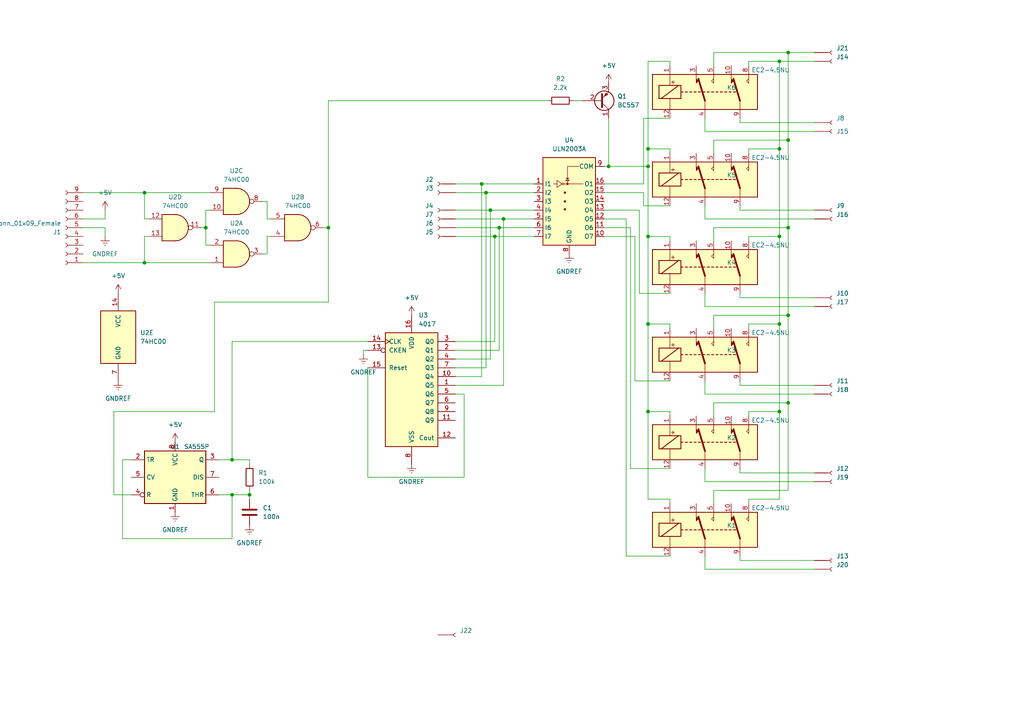
<source format=kicad_sch>
(kicad_sch (version 20211123) (generator eeschema)
  (paper "A4")
  (lib_symbols
    (symbol "4xxx:4017" (pin_names (offset 1.016))
      (property "Reference" "U" (at -7.62 16.51 0))
      (property "Value" "4017" (at -7.62 -19.05 0))
      (symbol "4017_1_0"
        (pin output line (at 12.7 0 180) (length 5.08) (name "Q5") (number "1"))
        (pin output line (at 12.7 2.54 180) (length 5.08) (name "Q4") (number "10"))
        (pin output line (at 12.7 -10.16 180) (length 5.08) (name "Q9") (number "11"))
        (pin output line (at 12.7 -15.24 180) (length 5.08) (name "Cout") (number "12"))
        (pin input inverted (at -12.7 10.16 0) (length 5.08) (name "CKEN") (number "13"))
        (pin input clock (at -12.7 12.7 0) (length 5.08) (name "CLK") (number "14"))
        (pin input line (at -12.7 5.08 0) (length 5.08) (name "Reset") (number "15"))
        (pin power_in line (at 0 20.32 270) (length 5.08) (name "VDD") (number "16"))
        (pin output line (at 12.7 10.16 180) (length 5.08) (name "Q1") (number "2"))
        (pin output line (at 12.7 12.7 180) (length 5.08) (name "Q0") (number "3"))
        (pin output line (at 12.7 7.62 180) (length 5.08) (name "Q2") (number "4"))
        (pin output line (at 12.7 -2.54 180) (length 5.08) (name "Q6") (number "5"))
        (pin output line (at 12.7 -5.08 180) (length 5.08) (name "Q7") (number "6"))
        (pin output line (at 12.7 5.08 180) (length 5.08) (name "Q3") (number "7"))
        (pin power_in line (at 0 -22.86 90) (length 5.08) (name "VSS") (number "8"))
        (pin output line (at 12.7 -7.62 180) (length 5.08) (name "Q8") (number "9"))
      )
      (symbol "4017_1_1"
        (rectangle (start -7.62 15.24) (end 7.62 -17.78) (stroke (width 0.254)) (fill (type background)))
      )
    )
    (symbol "74xx:74HC00" (pin_names (offset 1.016))
      (property "Reference" "U" (at 0 1.27 0))
      (property "Value" "74HC00" (at 0 -1.27 0))
      (symbol "74HC00_1_1"
        (arc (start 0 -3.81) (mid 3.81 0) (end 0 3.81) (stroke (width 0.254)) (fill (type background)))
        (polyline (pts (xy 0 3.81) (xy -3.81 3.81) (xy -3.81 -3.81) (xy 0 -3.81)) (stroke (width 0.254)) (fill (type background)))
        (pin input line (at -7.62 2.54 0) (length 3.81) (name "~") (number "1"))
        (pin input line (at -7.62 -2.54 0) (length 3.81) (name "~") (number "2"))
        (pin output inverted (at 7.62 0 180) (length 3.81) (name "~") (number "3"))
      )
      (symbol "74HC00_1_2"
        (arc (start -3.81 -3.81) (mid -2.589 0) (end -3.81 3.81) (stroke (width 0.254)))
        (arc (start -0.6096 -3.81) (mid 2.1842 -2.5851) (end 3.81 0) (stroke (width 0.254)) (fill (type background)))
        (polyline (pts (xy -3.81 -3.81) (xy -0.635 -3.81)) (stroke (width 0.254)) (fill (type background)))
        (polyline (pts (xy -3.81 3.81) (xy -0.635 3.81)) (stroke (width 0.254)) (fill (type background)))
        (polyline (pts (xy -0.635 3.81) (xy -3.81 3.81) (xy -3.81 3.81) (xy -3.556 3.4036) (xy -3.0226 2.2606) (xy -2.6924 1.0414) (xy -2.6162 -0.254) (xy -2.7686 -1.4986) (xy -3.175 -2.7178) (xy -3.81 -3.81) (xy -3.81 -3.81) (xy -0.635 -3.81)) (stroke (width -25.4)) (fill (type background)))
        (arc (start 3.81 0) (mid 2.1915 2.5936) (end -0.6096 3.81) (stroke (width 0.254)) (fill (type background)))
        (pin input inverted (at -7.62 2.54 0) (length 4.318) (name "~") (number "1"))
        (pin input inverted (at -7.62 -2.54 0) (length 4.318) (name "~") (number "2"))
        (pin output line (at 7.62 0 180) (length 3.81) (name "~") (number "3"))
      )
      (symbol "74HC00_2_1"
        (arc (start 0 -3.81) (mid 3.81 0) (end 0 3.81) (stroke (width 0.254)) (fill (type background)))
        (polyline (pts (xy 0 3.81) (xy -3.81 3.81) (xy -3.81 -3.81) (xy 0 -3.81)) (stroke (width 0.254)) (fill (type background)))
        (pin input line (at -7.62 2.54 0) (length 3.81) (name "~") (number "4"))
        (pin input line (at -7.62 -2.54 0) (length 3.81) (name "~") (number "5"))
        (pin output inverted (at 7.62 0 180) (length 3.81) (name "~") (number "6"))
      )
      (symbol "74HC00_2_2"
        (arc (start -3.81 -3.81) (mid -2.589 0) (end -3.81 3.81) (stroke (width 0.254)))
        (arc (start -0.6096 -3.81) (mid 2.1842 -2.5851) (end 3.81 0) (stroke (width 0.254)) (fill (type background)))
        (polyline (pts (xy -3.81 -3.81) (xy -0.635 -3.81)) (stroke (width 0.254)) (fill (type background)))
        (polyline (pts (xy -3.81 3.81) (xy -0.635 3.81)) (stroke (width 0.254)) (fill (type background)))
        (polyline (pts (xy -0.635 3.81) (xy -3.81 3.81) (xy -3.81 3.81) (xy -3.556 3.4036) (xy -3.0226 2.2606) (xy -2.6924 1.0414) (xy -2.6162 -0.254) (xy -2.7686 -1.4986) (xy -3.175 -2.7178) (xy -3.81 -3.81) (xy -3.81 -3.81) (xy -0.635 -3.81)) (stroke (width -25.4)) (fill (type background)))
        (arc (start 3.81 0) (mid 2.1915 2.5936) (end -0.6096 3.81) (stroke (width 0.254)) (fill (type background)))
        (pin input inverted (at -7.62 2.54 0) (length 4.318) (name "~") (number "4"))
        (pin input inverted (at -7.62 -2.54 0) (length 4.318) (name "~") (number "5"))
        (pin output line (at 7.62 0 180) (length 3.81) (name "~") (number "6"))
      )
      (symbol "74HC00_3_1"
        (arc (start 0 -3.81) (mid 3.81 0) (end 0 3.81) (stroke (width 0.254)) (fill (type background)))
        (polyline (pts (xy 0 3.81) (xy -3.81 3.81) (xy -3.81 -3.81) (xy 0 -3.81)) (stroke (width 0.254)) (fill (type background)))
        (pin input line (at -7.62 -2.54 0) (length 3.81) (name "~") (number "10"))
        (pin output inverted (at 7.62 0 180) (length 3.81) (name "~") (number "8"))
        (pin input line (at -7.62 2.54 0) (length 3.81) (name "~") (number "9"))
      )
      (symbol "74HC00_3_2"
        (arc (start -3.81 -3.81) (mid -2.589 0) (end -3.81 3.81) (stroke (width 0.254)))
        (arc (start -0.6096 -3.81) (mid 2.1842 -2.5851) (end 3.81 0) (stroke (width 0.254)) (fill (type background)))
        (polyline (pts (xy -3.81 -3.81) (xy -0.635 -3.81)) (stroke (width 0.254)) (fill (type background)))
        (polyline (pts (xy -3.81 3.81) (xy -0.635 3.81)) (stroke (width 0.254)) (fill (type background)))
        (polyline (pts (xy -0.635 3.81) (xy -3.81 3.81) (xy -3.81 3.81) (xy -3.556 3.4036) (xy -3.0226 2.2606) (xy -2.6924 1.0414) (xy -2.6162 -0.254) (xy -2.7686 -1.4986) (xy -3.175 -2.7178) (xy -3.81 -3.81) (xy -3.81 -3.81) (xy -0.635 -3.81)) (stroke (width -25.4)) (fill (type background)))
        (arc (start 3.81 0) (mid 2.1915 2.5936) (end -0.6096 3.81) (stroke (width 0.254)) (fill (type background)))
        (pin input inverted (at -7.62 -2.54 0) (length 4.318) (name "~") (number "10"))
        (pin output line (at 7.62 0 180) (length 3.81) (name "~") (number "8"))
        (pin input inverted (at -7.62 2.54 0) (length 4.318) (name "~") (number "9"))
      )
      (symbol "74HC00_4_1"
        (arc (start 0 -3.81) (mid 3.81 0) (end 0 3.81) (stroke (width 0.254)) (fill (type background)))
        (polyline (pts (xy 0 3.81) (xy -3.81 3.81) (xy -3.81 -3.81) (xy 0 -3.81)) (stroke (width 0.254)) (fill (type background)))
        (pin output inverted (at 7.62 0 180) (length 3.81) (name "~") (number "11"))
        (pin input line (at -7.62 2.54 0) (length 3.81) (name "~") (number "12"))
        (pin input line (at -7.62 -2.54 0) (length 3.81) (name "~") (number "13"))
      )
      (symbol "74HC00_4_2"
        (arc (start -3.81 -3.81) (mid -2.589 0) (end -3.81 3.81) (stroke (width 0.254)))
        (arc (start -0.6096 -3.81) (mid 2.1842 -2.5851) (end 3.81 0) (stroke (width 0.254)) (fill (type background)))
        (polyline (pts (xy -3.81 -3.81) (xy -0.635 -3.81)) (stroke (width 0.254)) (fill (type background)))
        (polyline (pts (xy -3.81 3.81) (xy -0.635 3.81)) (stroke (width 0.254)) (fill (type background)))
        (polyline (pts (xy -0.635 3.81) (xy -3.81 3.81) (xy -3.81 3.81) (xy -3.556 3.4036) (xy -3.0226 2.2606) (xy -2.6924 1.0414) (xy -2.6162 -0.254) (xy -2.7686 -1.4986) (xy -3.175 -2.7178) (xy -3.81 -3.81) (xy -3.81 -3.81) (xy -0.635 -3.81)) (stroke (width -25.4)) (fill (type background)))
        (arc (start 3.81 0) (mid 2.1915 2.5936) (end -0.6096 3.81) (stroke (width 0.254)) (fill (type background)))
        (pin output line (at 7.62 0 180) (length 3.81) (name "~") (number "11"))
        (pin input inverted (at -7.62 2.54 0) (length 4.318) (name "~") (number "12"))
        (pin input inverted (at -7.62 -2.54 0) (length 4.318) (name "~") (number "13"))
      )
      (symbol "74HC00_5_0"
        (pin power_in line (at 0 12.7 270) (length 5.08) (name "VCC") (number "14"))
        (pin power_in line (at 0 -12.7 90) (length 5.08) (name "GND") (number "7"))
      )
      (symbol "74HC00_5_1"
        (rectangle (start -5.08 7.62) (end 5.08 -7.62) (stroke (width 0.254)) (fill (type background)))
      )
    )
    (symbol "Conn_01x01_Female_1" (pin_numbers hide) (pin_names (offset 1.016) hide)
      (property "Reference" "J" (at 0 2.54 0))
      (property "Value" "Conn_01x01_Female_1" (at 0 -2.54 0))
      (symbol "Conn_01x01_Female_1_1_1"
        (polyline (pts (xy -1.27 0) (xy -0.508 0)) (stroke (width 0.1524)))
        (arc (start 0 0.508) (mid -0.508 0) (end 0 -0.508) (stroke (width 0.1524)))
        (pin passive line (at -5.08 0 0) (length 3.81) (name "Pin_1") (number "1"))
      )
    )
    (symbol "Conn_01x01_Female_2" (pin_numbers hide) (pin_names (offset 1.016) hide)
      (property "Reference" "J" (at 0 2.54 0))
      (property "Value" "Conn_01x01_Female_2" (at 0 -2.54 0))
      (symbol "Conn_01x01_Female_2_1_1"
        (polyline (pts (xy -1.27 0) (xy -0.508 0)) (stroke (width 0.1524)))
        (arc (start 0 0.508) (mid -0.508 0) (end 0 -0.508) (stroke (width 0.1524)))
        (pin passive line (at -5.08 0 0) (length 3.81) (name "Pin_1") (number "1"))
      )
    )
    (symbol "Conn_01x01_Female_3" (pin_numbers hide) (pin_names (offset 1.016) hide)
      (property "Reference" "J" (at 0 2.54 0))
      (property "Value" "Conn_01x01_Female_3" (at 0 -2.54 0))
      (symbol "Conn_01x01_Female_3_1_1"
        (polyline (pts (xy -1.27 0) (xy -0.508 0)) (stroke (width 0.1524)))
        (arc (start 0 0.508) (mid -0.508 0) (end 0 -0.508) (stroke (width 0.1524)))
        (pin passive line (at -5.08 0 0) (length 3.81) (name "Pin_1") (number "1"))
      )
    )
    (symbol "Conn_01x01_Female_4" (pin_numbers hide) (pin_names (offset 1.016) hide)
      (property "Reference" "J" (at 0 2.54 0))
      (property "Value" "Conn_01x01_Female_4" (at 0 -2.54 0))
      (symbol "Conn_01x01_Female_4_1_1"
        (polyline (pts (xy -1.27 0) (xy -0.508 0)) (stroke (width 0.1524)))
        (arc (start 0 0.508) (mid -0.508 0) (end 0 -0.508) (stroke (width 0.1524)))
        (pin passive line (at -5.08 0 0) (length 3.81) (name "Pin_1") (number "1"))
      )
    )
    (symbol "Conn_01x01_Female_5" (pin_numbers hide) (pin_names (offset 1.016) hide)
      (property "Reference" "J" (at 0 2.54 0))
      (property "Value" "Conn_01x01_Female_5" (at 0 -2.54 0))
      (symbol "Conn_01x01_Female_5_1_1"
        (polyline (pts (xy -1.27 0) (xy -0.508 0)) (stroke (width 0.1524)))
        (arc (start 0 0.508) (mid -0.508 0) (end 0 -0.508) (stroke (width 0.1524)))
        (pin passive line (at -5.08 0 0) (length 3.81) (name "Pin_1") (number "1"))
      )
    )
    (symbol "Conn_01x01_Female_6" (pin_numbers hide) (pin_names (offset 1.016) hide)
      (property "Reference" "J" (at 0 2.54 0))
      (property "Value" "Conn_01x01_Female_6" (at 0 -2.54 0))
      (symbol "Conn_01x01_Female_6_1_1"
        (polyline (pts (xy -1.27 0) (xy -0.508 0)) (stroke (width 0.1524)))
        (arc (start 0 0.508) (mid -0.508 0) (end 0 -0.508) (stroke (width 0.1524)))
        (pin passive line (at -5.08 0 0) (length 3.81) (name "Pin_1") (number "1"))
      )
    )
    (symbol "Connector:Conn_01x09_Female" (pin_names (offset 1.016) hide)
      (property "Reference" "J" (at 0 12.7 0))
      (property "Value" "Conn_01x09_Female" (at 0 -12.7 0))
      (symbol "Conn_01x09_Female_1_1"
        (arc (start 0 -9.652) (mid -0.508 -10.16) (end 0 -10.668) (stroke (width 0.1524)))
        (arc (start 0 -7.112) (mid -0.508 -7.62) (end 0 -8.128) (stroke (width 0.1524)))
        (arc (start 0 -4.572) (mid -0.508 -5.08) (end 0 -5.588) (stroke (width 0.1524)))
        (arc (start 0 -2.032) (mid -0.508 -2.54) (end 0 -3.048) (stroke (width 0.1524)))
        (polyline (pts (xy -1.27 -10.16) (xy -0.508 -10.16)) (stroke (width 0.1524)))
        (polyline (pts (xy -1.27 -7.62) (xy -0.508 -7.62)) (stroke (width 0.1524)))
        (polyline (pts (xy -1.27 -5.08) (xy -0.508 -5.08)) (stroke (width 0.1524)))
        (polyline (pts (xy -1.27 -2.54) (xy -0.508 -2.54)) (stroke (width 0.1524)))
        (polyline (pts (xy -1.27 0) (xy -0.508 0)) (stroke (width 0.1524)))
        (polyline (pts (xy -1.27 2.54) (xy -0.508 2.54)) (stroke (width 0.1524)))
        (polyline (pts (xy -1.27 5.08) (xy -0.508 5.08)) (stroke (width 0.1524)))
        (polyline (pts (xy -1.27 7.62) (xy -0.508 7.62)) (stroke (width 0.1524)))
        (polyline (pts (xy -1.27 10.16) (xy -0.508 10.16)) (stroke (width 0.1524)))
        (arc (start 0 0.508) (mid -0.508 0) (end 0 -0.508) (stroke (width 0.1524)))
        (arc (start 0 3.048) (mid -0.508 2.54) (end 0 2.032) (stroke (width 0.1524)))
        (arc (start 0 5.588) (mid -0.508 5.08) (end 0 4.572) (stroke (width 0.1524)))
        (arc (start 0 8.128) (mid -0.508 7.62) (end 0 7.112) (stroke (width 0.1524)))
        (arc (start 0 10.668) (mid -0.508 10.16) (end 0 9.652) (stroke (width 0.1524)))
        (pin passive line (at -5.08 10.16 0) (length 3.81) (name "Pin_1") (number "1"))
        (pin passive line (at -5.08 7.62 0) (length 3.81) (name "Pin_2") (number "2"))
        (pin passive line (at -5.08 5.08 0) (length 3.81) (name "Pin_3") (number "3"))
        (pin passive line (at -5.08 2.54 0) (length 3.81) (name "Pin_4") (number "4"))
        (pin passive line (at -5.08 0 0) (length 3.81) (name "Pin_5") (number "5"))
        (pin passive line (at -5.08 -2.54 0) (length 3.81) (name "Pin_6") (number "6"))
        (pin passive line (at -5.08 -5.08 0) (length 3.81) (name "Pin_7") (number "7"))
        (pin passive line (at -5.08 -7.62 0) (length 3.81) (name "Pin_8") (number "8"))
        (pin passive line (at -5.08 -10.16 0) (length 3.81) (name "Pin_9") (number "9"))
      )
    )
    (symbol "Device:C" (pin_numbers hide) (pin_names (offset 0.254))
      (property "Reference" "C" (at 0.635 2.54 0))
      (property "Value" "C" (at 0.635 -2.54 0))
      (symbol "C_0_1"
        (polyline (pts (xy -2.032 -0.762) (xy 2.032 -0.762)) (stroke (width 0.508)))
        (polyline (pts (xy -2.032 0.762) (xy 2.032 0.762)) (stroke (width 0.508)))
      )
      (symbol "C_1_1"
        (pin passive line (at 0 3.81 270) (length 2.794) (name "~") (number "1"))
        (pin passive line (at 0 -3.81 90) (length 2.794) (name "~") (number "2"))
      )
    )
    (symbol "Device:R" (pin_numbers hide) (pin_names (offset 0))
      (property "Reference" "R" (at 2.032 0 90))
      (property "Value" "R" (at 0 0 90))
      (symbol "R_0_1"
        (rectangle (start -1.016 -2.54) (end 1.016 2.54) (stroke (width 0.254)))
      )
      (symbol "R_1_1"
        (pin passive line (at 0 3.81 270) (length 1.27) (name "~") (number "1"))
        (pin passive line (at 0 -3.81 90) (length 1.27) (name "~") (number "2"))
      )
    )
    (symbol "Relay:EC2-4.5NU"
      (property "Reference" "K" (at 15.24 8.89 0))
      (property "Value" "EC2-4.5NU" (at 19.05 6.35 0))
      (symbol "EC2-4.5NU_1_1"
        (rectangle (start -15.24 5.08) (end 15.24 -5.08) (stroke (width 0.254)) (fill (type background)))
        (rectangle (start -13.335 1.905) (end -6.985 -1.905) (stroke (width 0.254)))
        (polyline (pts (xy -12.7 -1.905) (xy -7.62 1.905)) (stroke (width 0.254)))
        (polyline (pts (xy -10.16 -5.08) (xy -10.16 -1.905)))
        (polyline (pts (xy -10.16 5.08) (xy -10.16 1.905)))
        (polyline (pts (xy -6.985 0) (xy -6.35 0)) (stroke (width 0.254)))
        (polyline (pts (xy -5.715 0) (xy -5.08 0)) (stroke (width 0.254)))
        (polyline (pts (xy -4.445 0) (xy -3.81 0)) (stroke (width 0.254)))
        (polyline (pts (xy -3.175 0) (xy -2.54 0)) (stroke (width 0.254)))
        (polyline (pts (xy -1.905 0) (xy -1.27 0)) (stroke (width 0.254)))
        (polyline (pts (xy -0.635 0) (xy 0 0)) (stroke (width 0.254)))
        (polyline (pts (xy 0 -2.54) (xy -1.905 3.81)) (stroke (width 0.508)))
        (polyline (pts (xy 0 -2.54) (xy 0 -5.08)))
        (polyline (pts (xy 0.635 0) (xy 1.27 0)) (stroke (width 0.254)))
        (polyline (pts (xy 1.905 0) (xy 2.54 0)) (stroke (width 0.254)))
        (polyline (pts (xy 3.175 0) (xy 3.81 0)) (stroke (width 0.254)))
        (polyline (pts (xy 4.445 0) (xy 5.08 0)) (stroke (width 0.254)))
        (polyline (pts (xy 5.715 0) (xy 6.35 0)) (stroke (width 0.254)))
        (polyline (pts (xy 6.985 0) (xy 7.62 0)) (stroke (width 0.254)))
        (polyline (pts (xy 8.255 0) (xy 8.89 0)) (stroke (width 0.254)))
        (polyline (pts (xy 10.16 -2.54) (xy 8.255 3.81)) (stroke (width 0.508)))
        (polyline (pts (xy 10.16 -2.54) (xy 10.16 -5.08)))
        (polyline (pts (xy -2.54 5.08) (xy -2.54 2.54) (xy -1.905 3.175) (xy -2.54 3.81)) (fill (type outline)))
        (polyline (pts (xy 2.54 5.08) (xy 2.54 2.54) (xy 1.905 3.175) (xy 2.54 3.81)))
        (polyline (pts (xy 7.62 5.08) (xy 7.62 2.54) (xy 8.255 3.175) (xy 7.62 3.81)) (fill (type outline)))
        (polyline (pts (xy 12.7 5.08) (xy 12.7 2.54) (xy 12.065 3.175) (xy 12.7 3.81)))
        (text "+" (at -9.271 2.921 0) (effects (font (size 1.27 1.27))))
        (pin passive line (at -10.16 7.62 270) (length 2.54) (name "~") (number "1"))
        (pin passive line (at 7.62 7.62 270) (length 2.54) (name "~") (number "10"))
        (pin passive line (at -10.16 -7.62 90) (length 2.54) (name "~") (number "12"))
        (pin passive line (at -2.54 7.62 270) (length 2.54) (name "~") (number "3"))
        (pin passive line (at 0 -7.62 90) (length 2.54) (name "~") (number "4"))
        (pin passive line (at 2.54 7.62 270) (length 2.54) (name "~") (number "5"))
        (pin passive line (at 12.7 7.62 270) (length 2.54) (name "~") (number "8"))
        (pin passive line (at 10.16 -7.62 90) (length 2.54) (name "~") (number "9"))
      )
    )
    (symbol "Timer:SA555P"
      (property "Reference" "U" (at -10.16 8.89 0))
      (property "Value" "SA555P" (at 2.54 8.89 0))
      (symbol "SA555P_0_0"
        (pin power_in line (at 0 -10.16 90) (length 2.54) (name "GND") (number "1"))
        (pin power_in line (at 0 10.16 270) (length 2.54) (name "VCC") (number "8"))
      )
      (symbol "SA555P_0_1"
        (rectangle (start -8.89 -7.62) (end 8.89 7.62) (stroke (width 0.254)) (fill (type background)))
        (rectangle (start -8.89 -7.62) (end 8.89 7.62) (stroke (width 0.254)) (fill (type background)))
      )
      (symbol "SA555P_1_1"
        (pin input line (at -12.7 5.08 0) (length 3.81) (name "TR") (number "2"))
        (pin output line (at 12.7 5.08 180) (length 3.81) (name "Q") (number "3"))
        (pin input inverted (at -12.7 -5.08 0) (length 3.81) (name "R") (number "4"))
        (pin input line (at -12.7 0 0) (length 3.81) (name "CV") (number "5"))
        (pin input line (at 12.7 -5.08 180) (length 3.81) (name "THR") (number "6"))
        (pin input line (at 12.7 0 180) (length 3.81) (name "DIS") (number "7"))
      )
    )
    (symbol "Transistor_Array:ULN2004A"
      (property "Reference" "U" (at 0 15.875 0))
      (property "Value" "ULN2004A" (at 0 13.97 0))
      (symbol "ULN2004A_0_1"
        (rectangle (start -7.62 -12.7) (end 7.62 12.7) (stroke (width 0.254)) (fill (type background)))
        (circle (center -1.778 5.08) (radius 0.254))
        (circle (center -1.27 -2.286) (radius 0.254) (fill (type outline)))
        (circle (center -1.27 0) (radius 0.254) (fill (type outline)))
        (circle (center -1.27 2.54) (radius 0.254) (fill (type outline)))
        (circle (center -0.508 5.08) (radius 0.254) (fill (type outline)))
        (polyline (pts (xy -4.572 5.08) (xy -3.556 5.08)))
        (polyline (pts (xy -1.524 5.08) (xy 4.064 5.08)))
        (polyline (pts (xy 0 6.731) (xy -1.016 6.731)))
        (polyline (pts (xy -0.508 5.08) (xy -0.508 10.16) (xy 2.921 10.16)))
        (polyline (pts (xy -3.556 6.096) (xy -3.556 4.064) (xy -2.032 5.08) (xy -3.556 6.096)))
        (polyline (pts (xy 0 5.969) (xy -1.016 5.969) (xy -0.508 6.731) (xy 0 5.969)))
      )
      (symbol "ULN2004A_1_1"
        (pin input line (at -10.16 5.08 0) (length 2.54) (name "I1") (number "1"))
        (pin open_collector line (at 10.16 -10.16 180) (length 2.54) (name "O7") (number "10"))
        (pin open_collector line (at 10.16 -7.62 180) (length 2.54) (name "O6") (number "11"))
        (pin open_collector line (at 10.16 -5.08 180) (length 2.54) (name "O5") (number "12"))
        (pin open_collector line (at 10.16 -2.54 180) (length 2.54) (name "O4") (number "13"))
        (pin open_collector line (at 10.16 0 180) (length 2.54) (name "O3") (number "14"))
        (pin open_collector line (at 10.16 2.54 180) (length 2.54) (name "O2") (number "15"))
        (pin open_collector line (at 10.16 5.08 180) (length 2.54) (name "O1") (number "16"))
        (pin input line (at -10.16 2.54 0) (length 2.54) (name "I2") (number "2"))
        (pin input line (at -10.16 0 0) (length 2.54) (name "I3") (number "3"))
        (pin input line (at -10.16 -2.54 0) (length 2.54) (name "I4") (number "4"))
        (pin input line (at -10.16 -5.08 0) (length 2.54) (name "I5") (number "5"))
        (pin input line (at -10.16 -7.62 0) (length 2.54) (name "I6") (number "6"))
        (pin input line (at -10.16 -10.16 0) (length 2.54) (name "I7") (number "7"))
        (pin power_in line (at 0 -15.24 90) (length 2.54) (name "GND") (number "8"))
        (pin passive line (at 10.16 10.16 180) (length 2.54) (name "COM") (number "9"))
      )
    )
    (symbol "Transistor_BJT:BC557" (pin_names (offset 0) hide)
      (property "Reference" "Q" (at 5.08 1.905 0))
      (property "Value" "BC557" (at 5.08 0 0))
      (symbol "BC557_0_1"
        (polyline (pts (xy 0.635 0.635) (xy 2.54 2.54)))
        (polyline (pts (xy 0.635 -0.635) (xy 2.54 -2.54) (xy 2.54 -2.54)))
        (polyline (pts (xy 0.635 1.905) (xy 0.635 -1.905) (xy 0.635 -1.905)) (stroke (width 0.508)))
        (polyline (pts (xy 2.286 -1.778) (xy 1.778 -2.286) (xy 1.27 -1.27) (xy 2.286 -1.778) (xy 2.286 -1.778)) (fill (type outline)))
        (circle (center 1.27 0) (radius 2.8194) (stroke (width 0.254)))
      )
      (symbol "BC557_1_1"
        (pin passive line (at 2.54 5.08 270) (length 2.54) (name "C") (number "1"))
        (pin input line (at -5.08 0 0) (length 5.715) (name "B") (number "2"))
        (pin passive line (at 2.54 -5.08 90) (length 2.54) (name "E") (number "3"))
      )
    )
    (symbol "power:+5V" (power) (pin_names (offset 0))
      (property "Value" "+5V" (at 0 3.556 0))
      (symbol "+5V_0_1"
        (polyline (pts (xy -0.762 1.27) (xy 0 2.54)))
        (polyline (pts (xy 0 0) (xy 0 2.54)))
        (polyline (pts (xy 0 2.54) (xy 0.762 1.27)))
      )
      (symbol "+5V_1_1"
        (pin power_in line (at 0 0 90) (length 0) hide (name "+5V") (number "1"))
      )
    )
    (symbol "power:GNDREF" (power) (pin_names (offset 0))
      (property "Value" "GNDREF" (at 0 -3.81 0))
      (symbol "GNDREF_0_1"
        (polyline (pts (xy -0.635 -1.905) (xy 0.635 -1.905)))
        (polyline (pts (xy -0.127 -2.54) (xy 0.127 -2.54)))
        (polyline (pts (xy 0 -1.27) (xy 0 0)))
        (polyline (pts (xy 1.27 -1.27) (xy -1.27 -1.27)))
      )
      (symbol "GNDREF_1_1"
        (pin power_in line (at 0 0 270) (length 0) hide (name "GNDREF") (number "1"))
      )
    )
  )
  (junction (at 41.91 76.2))
  (junction (at 187.96 68.58))
  (junction (at 187.96 48.26))
  (junction (at 226.06 119.38))
  (junction (at 228.6 66.04))
  (junction (at 187.96 43.18))
  (junction (at 187.96 119.38))
  (junction (at 228.6 91.44))
  (junction (at 67.31 133.35))
  (junction (at 67.31 143.51))
  (junction (at 95.25 66.04))
  (junction (at 144.78 66.04))
  (junction (at 226.06 68.58))
  (junction (at 176.53 48.26))
  (junction (at 59.69 66.04))
  (junction (at 226.06 43.18))
  (junction (at 41.91 55.88))
  (junction (at 140.97 55.88))
  (junction (at 228.6 116.84))
  (junction (at 139.7 53.34))
  (junction (at 187.96 93.98))
  (junction (at 72.39 143.51))
  (junction (at 146.05 63.5))
  (junction (at 228.6 40.64))
  (junction (at 228.6 15.24))
  (junction (at 226.06 93.98))
  (junction (at 143.51 68.58))
  (junction (at 226.06 17.78))
  (junction (at 142.24 60.96))
  (wire (pts (xy 41.91 68.58) (xy 41.91 76.2)))
  (wire (pts (xy 207.01 91.44) (xy 228.6 91.44)))
  (wire (pts (xy 59.69 60.96) (xy 59.69 66.04)))
  (wire (pts (xy 226.06 43.18) (xy 226.06 68.58)))
  (wire (pts (xy 187.96 119.38) (xy 187.96 144.78)))
  (wire (pts (xy 93.98 66.04) (xy 95.25 66.04)))
  (wire (pts (xy 217.17 17.78) (xy 226.06 17.78)))
  (wire (pts (xy 184.15 68.58) (xy 184.15 110.49)))
  (wire (pts (xy 95.25 29.21) (xy 95.25 66.04)))
  (wire (pts (xy 77.47 68.58) (xy 77.47 73.66)))
  (wire (pts (xy 63.5 133.35) (xy 67.31 133.35)))
  (wire (pts (xy 187.96 48.26) (xy 187.96 68.58)))
  (wire (pts (xy 187.96 43.18) (xy 187.96 48.26)))
  (wire (pts (xy 35.56 156.21) (xy 67.31 156.21)))
  (wire (pts (xy 214.63 162.56) (xy 236.22 162.56)))
  (wire (pts (xy 217.17 43.18) (xy 217.17 44.45)))
  (wire (pts (xy 228.6 40.64) (xy 207.01 40.64)))
  (wire (pts (xy 204.47 88.9) (xy 236.22 88.9)))
  (wire (pts (xy 204.47 38.1) (xy 204.47 34.29)))
  (wire (pts (xy 175.26 55.88) (xy 186.69 55.88)))
  (wire (pts (xy 176.53 34.29) (xy 176.53 48.26)))
  (wire (pts (xy 186.69 59.69) (xy 194.31 59.69)))
  (wire (pts (xy 185.42 85.09) (xy 194.31 85.09)))
  (wire (pts (xy 228.6 15.24) (xy 236.22 15.24)))
  (wire (pts (xy 24.13 63.5) (xy 30.48 63.5)))
  (wire (pts (xy 30.48 66.04) (xy 30.48 68.58)))
  (wire (pts (xy 204.47 161.29) (xy 204.47 165.1)))
  (wire (pts (xy 76.2 58.42) (xy 77.47 58.42)))
  (wire (pts (xy 194.31 95.25) (xy 194.31 93.98)))
  (wire (pts (xy 228.6 15.24) (xy 228.6 40.64)))
  (wire (pts (xy 214.63 60.96) (xy 214.63 59.69)))
  (wire (pts (xy 24.13 66.04) (xy 30.48 66.04)))
  (wire (pts (xy 207.01 142.24) (xy 228.6 142.24)))
  (wire (pts (xy 187.96 43.18) (xy 187.96 17.78)))
  (wire (pts (xy 217.17 69.85) (xy 217.17 68.58)))
  (wire (pts (xy 144.78 66.04) (xy 154.94 66.04)))
  (wire (pts (xy 132.08 63.5) (xy 146.05 63.5)))
  (wire (pts (xy 236.22 60.96) (xy 214.63 60.96)))
  (wire (pts (xy 214.63 137.16) (xy 236.22 137.16)))
  (wire (pts (xy 176.53 48.26) (xy 187.96 48.26)))
  (wire (pts (xy 175.26 63.5) (xy 181.61 63.5)))
  (wire (pts (xy 134.62 114.3) (xy 132.08 114.3)))
  (wire (pts (xy 142.24 60.96) (xy 154.94 60.96)))
  (wire (pts (xy 146.05 111.76) (xy 132.08 111.76)))
  (wire (pts (xy 194.31 93.98) (xy 187.96 93.98)))
  (wire (pts (xy 154.94 63.5) (xy 146.05 63.5)))
  (wire (pts (xy 182.88 66.04) (xy 182.88 135.89)))
  (wire (pts (xy 43.18 68.58) (xy 41.91 68.58)))
  (wire (pts (xy 72.39 133.35) (xy 67.31 133.35)))
  (wire (pts (xy 24.13 55.88) (xy 41.91 55.88)))
  (wire (pts (xy 186.69 34.29) (xy 194.31 34.29)))
  (wire (pts (xy 226.06 43.18) (xy 217.17 43.18)))
  (wire (pts (xy 194.31 119.38) (xy 187.96 119.38)))
  (wire (pts (xy 106.68 138.43) (xy 106.68 106.68)))
  (wire (pts (xy 59.69 60.96) (xy 60.96 60.96)))
  (wire (pts (xy 132.08 55.88) (xy 140.97 55.88)))
  (wire (pts (xy 226.06 93.98) (xy 226.06 119.38)))
  (wire (pts (xy 175.26 53.34) (xy 186.69 53.34)))
  (wire (pts (xy 204.47 110.49) (xy 204.47 114.3)))
  (wire (pts (xy 194.31 44.45) (xy 194.31 43.18)))
  (wire (pts (xy 67.31 99.06) (xy 106.68 99.06)))
  (wire (pts (xy 236.22 35.56) (xy 214.63 35.56)))
  (wire (pts (xy 143.51 68.58) (xy 143.51 99.06)))
  (wire (pts (xy 207.01 19.05) (xy 207.01 15.24)))
  (wire (pts (xy 140.97 55.88) (xy 154.94 55.88)))
  (wire (pts (xy 214.63 111.76) (xy 236.22 111.76)))
  (wire (pts (xy 194.31 43.18) (xy 187.96 43.18)))
  (wire (pts (xy 207.01 116.84) (xy 228.6 116.84)))
  (wire (pts (xy 207.01 66.04) (xy 228.6 66.04)))
  (wire (pts (xy 67.31 143.51) (xy 63.5 143.51)))
  (wire (pts (xy 146.05 63.5) (xy 146.05 111.76)))
  (wire (pts (xy 77.47 73.66) (xy 76.2 73.66)))
  (wire (pts (xy 175.26 60.96) (xy 185.42 60.96)))
  (wire (pts (xy 77.47 58.42) (xy 77.47 63.5)))
  (wire (pts (xy 228.6 91.44) (xy 228.6 116.84)))
  (wire (pts (xy 77.47 63.5) (xy 78.74 63.5)))
  (wire (pts (xy 41.91 76.2) (xy 60.96 76.2)))
  (wire (pts (xy 217.17 119.38) (xy 226.06 119.38)))
  (wire (pts (xy 207.01 15.24) (xy 228.6 15.24)))
  (wire (pts (xy 214.63 110.49) (xy 214.63 111.76)))
  (wire (pts (xy 194.31 68.58) (xy 187.96 68.58)))
  (wire (pts (xy 181.61 63.5) (xy 181.61 161.29)))
  (wire (pts (xy 186.69 34.29) (xy 186.69 53.34)))
  (wire (pts (xy 217.17 68.58) (xy 226.06 68.58)))
  (wire (pts (xy 132.08 106.68) (xy 140.97 106.68)))
  (wire (pts (xy 62.23 87.63) (xy 95.25 87.63)))
  (wire (pts (xy 207.01 95.25) (xy 207.01 91.44)))
  (wire (pts (xy 72.39 142.24) (xy 72.39 143.51)))
  (wire (pts (xy 214.63 86.36) (xy 236.22 86.36)))
  (wire (pts (xy 140.97 106.68) (xy 140.97 55.88)))
  (wire (pts (xy 217.17 93.98) (xy 226.06 93.98)))
  (wire (pts (xy 217.17 19.05) (xy 217.17 17.78)))
  (wire (pts (xy 132.08 99.06) (xy 143.51 99.06)))
  (wire (pts (xy 204.47 114.3) (xy 236.22 114.3)))
  (wire (pts (xy 43.18 63.5) (xy 41.91 63.5)))
  (wire (pts (xy 175.26 68.58) (xy 184.15 68.58)))
  (wire (pts (xy 67.31 156.21) (xy 67.31 143.51)))
  (wire (pts (xy 214.63 161.29) (xy 214.63 162.56)))
  (wire (pts (xy 24.13 76.2) (xy 41.91 76.2)))
  (wire (pts (xy 214.63 85.09) (xy 214.63 86.36)))
  (wire (pts (xy 228.6 40.64) (xy 228.6 66.04)))
  (wire (pts (xy 41.91 63.5) (xy 41.91 55.88)))
  (wire (pts (xy 194.31 69.85) (xy 194.31 68.58)))
  (wire (pts (xy 182.88 135.89) (xy 194.31 135.89)))
  (wire (pts (xy 204.47 139.7) (xy 236.22 139.7)))
  (wire (pts (xy 132.08 66.04) (xy 144.78 66.04)))
  (wire (pts (xy 194.31 146.05) (xy 194.31 144.78)))
  (wire (pts (xy 72.39 143.51) (xy 72.39 144.78)))
  (wire (pts (xy 134.62 138.43) (xy 134.62 114.3)))
  (wire (pts (xy 204.47 135.89) (xy 204.47 139.7)))
  (wire (pts (xy 194.31 17.78) (xy 194.31 19.05)))
  (wire (pts (xy 207.01 69.85) (xy 207.01 66.04)))
  (wire (pts (xy 236.22 38.1) (xy 204.47 38.1)))
  (wire (pts (xy 204.47 63.5) (xy 236.22 63.5)))
  (wire (pts (xy 78.74 68.58) (xy 77.47 68.58)))
  (wire (pts (xy 134.62 138.43) (xy 106.68 138.43)))
  (wire (pts (xy 132.08 101.6) (xy 144.78 101.6)))
  (wire (pts (xy 204.47 165.1) (xy 236.22 165.1)))
  (wire (pts (xy 142.24 60.96) (xy 142.24 104.14)))
  (wire (pts (xy 204.47 59.69) (xy 204.47 63.5)))
  (wire (pts (xy 33.02 143.51) (xy 33.02 119.38)))
  (wire (pts (xy 207.01 146.05) (xy 207.01 142.24)))
  (wire (pts (xy 41.91 55.88) (xy 60.96 55.88)))
  (wire (pts (xy 35.56 133.35) (xy 35.56 156.21)))
  (wire (pts (xy 58.42 66.04) (xy 59.69 66.04)))
  (wire (pts (xy 226.06 68.58) (xy 226.06 93.98)))
  (wire (pts (xy 105.41 101.6) (xy 105.41 102.87)))
  (wire (pts (xy 228.6 116.84) (xy 228.6 142.24)))
  (wire (pts (xy 214.63 135.89) (xy 214.63 137.16)))
  (wire (pts (xy 187.96 93.98) (xy 187.96 119.38)))
  (wire (pts (xy 132.08 104.14) (xy 142.24 104.14)))
  (wire (pts (xy 144.78 66.04) (xy 144.78 101.6)))
  (wire (pts (xy 226.06 17.78) (xy 236.22 17.78)))
  (wire (pts (xy 194.31 144.78) (xy 187.96 144.78)))
  (wire (pts (xy 207.01 120.65) (xy 207.01 116.84)))
  (wire (pts (xy 62.23 119.38) (xy 62.23 87.63)))
  (wire (pts (xy 166.37 29.21) (xy 168.91 29.21)))
  (wire (pts (xy 214.63 35.56) (xy 214.63 34.29)))
  (wire (pts (xy 228.6 66.04) (xy 228.6 91.44)))
  (wire (pts (xy 185.42 60.96) (xy 185.42 85.09)))
  (wire (pts (xy 38.1 143.51) (xy 33.02 143.51)))
  (wire (pts (xy 217.17 95.25) (xy 217.17 93.98)))
  (wire (pts (xy 72.39 134.62) (xy 72.39 133.35)))
  (wire (pts (xy 67.31 133.35) (xy 67.31 99.06)))
  (wire (pts (xy 132.08 109.22) (xy 139.7 109.22)))
  (wire (pts (xy 132.08 68.58) (xy 143.51 68.58)))
  (wire (pts (xy 194.31 120.65) (xy 194.31 119.38)))
  (wire (pts (xy 132.08 60.96) (xy 142.24 60.96)))
  (wire (pts (xy 139.7 53.34) (xy 154.94 53.34)))
  (wire (pts (xy 95.25 29.21) (xy 158.75 29.21)))
  (wire (pts (xy 187.96 68.58) (xy 187.96 93.98)))
  (wire (pts (xy 217.17 120.65) (xy 217.17 119.38)))
  (wire (pts (xy 30.48 63.5) (xy 30.48 60.96)))
  (wire (pts (xy 59.69 71.12) (xy 60.96 71.12)))
  (wire (pts (xy 175.26 66.04) (xy 182.88 66.04)))
  (wire (pts (xy 139.7 109.22) (xy 139.7 53.34)))
  (wire (pts (xy 217.17 144.78) (xy 226.06 144.78)))
  (wire (pts (xy 67.31 143.51) (xy 72.39 143.51)))
  (wire (pts (xy 132.08 53.34) (xy 139.7 53.34)))
  (wire (pts (xy 217.17 146.05) (xy 217.17 144.78)))
  (wire (pts (xy 175.26 48.26) (xy 176.53 48.26)))
  (wire (pts (xy 207.01 40.64) (xy 207.01 44.45)))
  (wire (pts (xy 33.02 119.38) (xy 62.23 119.38)))
  (wire (pts (xy 59.69 66.04) (xy 59.69 71.12)))
  (wire (pts (xy 187.96 17.78) (xy 194.31 17.78)))
  (wire (pts (xy 181.61 161.29) (xy 194.31 161.29)))
  (wire (pts (xy 204.47 85.09) (xy 204.47 88.9)))
  (wire (pts (xy 38.1 133.35) (xy 35.56 133.35)))
  (wire (pts (xy 106.68 101.6) (xy 105.41 101.6)))
  (wire (pts (xy 143.51 68.58) (xy 154.94 68.58)))
  (wire (pts (xy 186.69 55.88) (xy 186.69 59.69)))
  (wire (pts (xy 226.06 119.38) (xy 226.06 144.78)))
  (wire (pts (xy 95.25 66.04) (xy 95.25 87.63)))
  (wire (pts (xy 184.15 110.49) (xy 194.31 110.49)))
  (wire (pts (xy 226.06 17.78) (xy 226.06 43.18)))
  (symbol (lib_id "74xx:74HC00") (at 68.58 58.42 0) (unit 3)
    (property "Reference" "U2" (at 68.58 49.53 0))
    (property "Value" "74HC00" (at 68.58 52.07 0))
    (property "Footprint" "Package_DIP:DIP-14_W7.62mm" (effects hide))
    (property "Datasheet" "http://www.ti.com/lit/gpn/sn74hc00" (effects hide))
  )
  (symbol (lib_id "Relay:EC2-4.5NU") (at 204.47 52.07 0) (unit 1)
    (property "Reference" "K5" (at 210.82 50.7999 0) (effects (justify left)))
    (property "Value" "EC2-4.5NU" (at 223.52 45.72 0))
    (property "Footprint" "Relay_THT:Relay_DPDT_Kemet_EC2" (effects hide))
    (property "Datasheet" "https://content.kemet.com/datasheets/KEM_R7002_EC2_EE2.pdf" (effects hide))
  )
  (symbol (lib_id "74xx:74HC00") (at 50.8 66.04 0) (unit 4)
    (property "Reference" "U2" (at 50.8 57.15 0))
    (property "Value" "74HC00" (at 50.8 59.69 0))
    (property "Footprint" "Package_DIP:DIP-14_W7.62mm" (effects hide))
    (property "Datasheet" "http://www.ti.com/lit/gpn/sn74hc00" (effects hide))
  )
  (symbol (lib_id "74xx:74HC00") (at 86.36 66.04 0) (mirror x) (unit 2)
    (property "Reference" "U2" (at 86.36 57.15 0))
    (property "Value" "74HC00" (at 86.36 59.69 0))
    (property "Footprint" "Package_DIP:DIP-14_W7.62mm" (effects hide))
    (property "Datasheet" "http://www.ti.com/lit/gpn/sn74hc00" (effects hide))
  )
  (symbol (lib_name "Conn_01x01_Female_1") (lib_id "Connector:Conn_01x01_Female") (at 127 53.34 0) (mirror y) (unit 1)
    (property "Reference" "J2" (at 125.73 52.0699 0) (effects (justify left)))
    (property "Value" "Conn_01x01_Female" (effects hide))
    (property "Footprint" "Connector_PinSocket_2.54mm:PinSocket_1x01_P2.54mm_Vertical" (effects hide))
  )
  (symbol (lib_id "power:+5V") (at 34.29 85.09 0) (unit 1)
    (property "Reference" "#PWR0110" (effects hide))
    (property "Value" "+5V" (at 34.29 80.01 0))
  )
  (symbol (lib_id "4xxx:4017") (at 119.38 111.76 0) (unit 1)
    (property "Reference" "U3" (at 121.3994 91.44 0) (effects (justify left)))
    (property "Value" "4017" (at 121.3994 93.98 0) (effects (justify left)))
    (property "Footprint" "Package_DIP:DIP-16_W7.62mm" (effects hide))
    (property "Datasheet" "http://www.intersil.com/content/dam/Intersil/documents/cd40/cd4017bms-22bms.pdf" (effects hide))
  )
  (symbol (lib_id "Device:R") (at 72.39 138.43 0) (unit 1)
    (property "Reference" "R1" (at 74.93 137.1599 0) (effects (justify left)))
    (property "Value" "100k" (at 74.93 139.6999 0) (effects (justify left)))
    (property "Footprint" "Resistor_THT:R_Axial_DIN0207_L6.3mm_D2.5mm_P10.16mm_Horizontal" (effects hide))
  )
  (symbol (lib_id "Transistor_Array:ULN2004A") (at 165.1 58.42 0) (unit 1)
    (property "Reference" "U4" (at 165.1 40.64 0))
    (property "Value" "ULN2003A" (at 165.1 43.18 0))
    (property "Footprint" "Package_DIP:DIP-16_W7.62mm" (effects hide))
    (property "Datasheet" "http://www.ti.com/lit/ds/symlink/uln2003a.pdf" (effects hide))
  )
  (symbol (lib_id "Relay:EC2-4.5NU") (at 204.47 26.67 0) (unit 1)
    (property "Reference" "K6" (at 210.82 25.3999 0) (effects (justify left)))
    (property "Value" "EC2-4.5NU" (at 223.52 20.32 0))
    (property "Footprint" "Relay_THT:Relay_DPDT_Kemet_EC2" (effects hide))
    (property "Datasheet" "https://content.kemet.com/datasheets/KEM_R7002_EC2_EE2.pdf" (effects hide))
  )
  (symbol (lib_name "Conn_01x01_Female_2") (lib_id "Connector:Conn_01x01_Female") (at 127 55.88 0) (mirror y) (unit 1)
    (property "Reference" "J3" (at 125.73 54.6099 0) (effects (justify left)))
    (property "Value" "Conn_01x01_Female" (effects hide))
    (property "Footprint" "Connector_PinSocket_2.54mm:PinSocket_1x01_P2.54mm_Vertical" (effects hide))
  )
  (symbol (lib_name "Conn_01x01_Female_6") (lib_id "Connector:Conn_01x01_Female") (at 241.3 15.24 0) (unit 1)
    (property "Reference" "J21" (at 242.57 13.9699 0) (effects (justify left)))
    (property "Value" "Conn_01x01_Female" (effects hide))
    (property "Footprint" "Connector_PinSocket_2.54mm:PinSocket_1x01_P2.54mm_Vertical" (effects hide))
  )
  (symbol (lib_id "Relay:EC2-4.5NU") (at 204.47 128.27 0) (unit 1)
    (property "Reference" "K2" (at 210.82 126.9999 0) (effects (justify left)))
    (property "Value" "EC2-4.5NU" (at 223.52 121.92 0))
    (property "Footprint" "Relay_THT:Relay_DPDT_Kemet_EC2" (effects hide))
    (property "Datasheet" "https://content.kemet.com/datasheets/KEM_R7002_EC2_EE2.pdf" (effects hide))
  )
  (symbol (lib_id "Transistor_BJT:BC557") (at 173.99 29.21 0) (mirror x) (unit 1)
    (property "Reference" "Q1" (at 179.07 27.9399 0) (effects (justify left)))
    (property "Value" "BC557" (at 179.07 30.4799 0) (effects (justify left)))
    (property "Footprint" "Package_TO_SOT_THT:TO-92_Inline_Wide" (effects hide))
    (property "Datasheet" "https://www.onsemi.com/pub/Collateral/BC556BTA-D.pdf" (effects hide))
  )
  (symbol (lib_name "Conn_01x01_Female_5") (lib_id "Connector:Conn_01x01_Female") (at 241.3 137.16 0) (unit 1)
    (property "Reference" "J12" (at 242.57 135.8899 0) (effects (justify left)))
    (property "Value" "Conn_01x01_Female" (effects hide))
    (property "Footprint" "Connector_PinSocket_2.54mm:PinSocket_1x01_P2.54mm_Vertical" (effects hide))
  )
  (symbol (lib_name "Conn_01x01_Female_6") (lib_id "Connector:Conn_01x01_Female") (at 241.3 165.1 0) (unit 1)
    (property "Reference" "J20" (at 242.57 163.8299 0) (effects (justify left)))
    (property "Value" "Conn_01x01_Female" (effects hide))
    (property "Footprint" "Connector_PinSocket_2.54mm:PinSocket_1x01_P2.54mm_Vertical" (effects hide))
  )
  (symbol (lib_name "Conn_01x01_Female_5") (lib_id "Connector:Conn_01x01_Female") (at 127 66.04 0) (mirror y) (unit 1)
    (property "Reference" "J6" (at 125.73 64.7699 0) (effects (justify left)))
    (property "Value" "Conn_01x01_Female" (effects hide))
    (property "Footprint" "Connector_PinSocket_2.54mm:PinSocket_1x01_P2.54mm_Vertical" (effects hide))
  )
  (symbol (lib_id "power:GNDREF") (at 72.39 152.4 0) (unit 1)
    (property "Reference" "#PWR0116" (effects hide))
    (property "Value" "GNDREF" (at 72.39 157.48 0))
  )
  (symbol (lib_id "74xx:74HC00") (at 34.29 97.79 0) (unit 5)
    (property "Reference" "U2" (at 40.64 96.5199 0) (effects (justify left)))
    (property "Value" "74HC00" (at 40.64 99.0599 0) (effects (justify left)))
    (property "Footprint" "Package_DIP:DIP-14_W7.62mm" (effects hide))
    (property "Datasheet" "http://www.ti.com/lit/gpn/sn74hc00" (effects hide))
  )
  (symbol (lib_id "power:GNDREF") (at 34.29 110.49 0) (unit 1)
    (property "Reference" "#PWR0109" (effects hide))
    (property "Value" "GNDREF" (at 34.29 115.57 0))
  )
  (symbol (lib_name "Conn_01x01_Female_3") (lib_id "Connector:Conn_01x01_Female") (at 241.3 88.9 0) (unit 1)
    (property "Reference" "J17" (at 242.57 87.6299 0) (effects (justify left)))
    (property "Value" "Conn_01x01_Female" (effects hide))
    (property "Footprint" "Connector_PinSocket_2.54mm:PinSocket_1x01_P2.54mm_Vertical" (effects hide))
  )
  (symbol (lib_name "Conn_01x01_Female_4") (lib_id "Connector:Conn_01x01_Female") (at 241.3 114.3 0) (unit 1)
    (property "Reference" "J18" (at 242.57 113.0299 0) (effects (justify left)))
    (property "Value" "Conn_01x01_Female" (effects hide))
    (property "Footprint" "Connector_PinSocket_2.54mm:PinSocket_1x01_P2.54mm_Vertical" (effects hide))
  )
  (symbol (lib_name "Conn_01x01_Female_1") (lib_id "Connector:Conn_01x01_Female") (at 241.3 38.1 0) (unit 1)
    (property "Reference" "J15" (at 242.57 38.0999 0) (effects (justify left)))
    (property "Value" "Conn_01x01_Female" (effects hide))
    (property "Footprint" "Connector_PinSocket_2.54mm:PinSocket_1x01_P2.54mm_Vertical" (effects hide))
  )
  (symbol (lib_id "Device:R") (at 162.56 29.21 90) (unit 1)
    (property "Reference" "R2" (at 162.56 22.86 90))
    (property "Value" "2.2k" (at 162.56 25.4 90))
    (property "Footprint" "Resistor_THT:R_Axial_DIN0207_L6.3mm_D2.5mm_P10.16mm_Horizontal" (effects hide))
  )
  (symbol (lib_name "Conn_01x01_Female_2") (lib_id "Connector:Conn_01x01_Female") (at 241.3 60.96 0) (unit 1)
    (property "Reference" "J9" (at 242.57 59.6899 0) (effects (justify left)))
    (property "Value" "Conn_01x01_Female" (effects hide))
    (property "Footprint" "Connector_PinSocket_2.54mm:PinSocket_1x01_P2.54mm_Vertical" (effects hide))
  )
  (symbol (lib_id "power:+5V") (at 30.48 60.96 0) (unit 1)
    (property "Reference" "#PWR0112" (effects hide))
    (property "Value" "+5V" (at 30.48 55.88 0))
  )
  (symbol (lib_name "Conn_01x01_Female_6") (lib_id "Connector:Conn_01x01_Female") (at 241.3 17.78 0) (unit 1)
    (property "Reference" "J14" (at 242.57 16.5099 0) (effects (justify left)))
    (property "Value" "Conn_01x01_Female" (effects hide))
    (property "Footprint" "Connector_PinSocket_2.54mm:PinSocket_1x01_P2.54mm_Vertical" (effects hide))
  )
  (symbol (lib_id "power:+5V") (at 176.53 24.13 0) (unit 1)
    (property "Reference" "#PWR02" (effects hide))
    (property "Value" "+5V" (at 176.53 19.05 0))
  )
  (symbol (lib_id "power:GNDREF") (at 119.38 134.62 0) (unit 1)
    (property "Reference" "#PWR0107" (effects hide))
    (property "Value" "GNDREF" (at 119.38 139.7 0))
  )
  (symbol (lib_name "Conn_01x01_Female_3") (lib_id "Connector:Conn_01x01_Female") (at 241.3 86.36 0) (unit 1)
    (property "Reference" "J10" (at 242.57 85.0899 0) (effects (justify left)))
    (property "Value" "Conn_01x01_Female" (effects hide))
    (property "Footprint" "Connector_PinSocket_2.54mm:PinSocket_1x01_P2.54mm_Vertical" (effects hide))
  )
  (symbol (lib_id "Relay:EC2-4.5NU") (at 204.47 102.87 0) (unit 1)
    (property "Reference" "K3" (at 210.82 101.5999 0) (effects (justify left)))
    (property "Value" "EC2-4.5NU" (at 223.52 96.52 0))
    (property "Footprint" "Relay_THT:Relay_DPDT_Kemet_EC2" (effects hide))
    (property "Datasheet" "https://content.kemet.com/datasheets/KEM_R7002_EC2_EE2.pdf" (effects hide))
  )
  (symbol (lib_id "power:GNDREF") (at 105.41 102.87 0) (unit 1)
    (property "Reference" "#PWR03" (effects hide))
    (property "Value" "GNDREF" (at 105.41 107.95 0))
  )
  (symbol (lib_name "Conn_01x01_Female_6") (lib_id "Connector:Conn_01x01_Female") (at 127 63.5 0) (mirror y) (unit 1)
    (property "Reference" "J7" (at 125.73 62.2299 0) (effects (justify left)))
    (property "Value" "Conn_01x01_Female" (effects hide))
    (property "Footprint" "Connector_PinSocket_2.54mm:PinSocket_1x01_P2.54mm_Vertical" (effects hide))
  )
  (symbol (lib_name "Conn_01x01_Female_5") (lib_id "Connector:Conn_01x01_Female") (at 241.3 139.7 0) (unit 1)
    (property "Reference" "J19" (at 242.57 138.4299 0) (effects (justify left)))
    (property "Value" "Conn_01x01_Female" (effects hide))
    (property "Footprint" "Connector_PinSocket_2.54mm:PinSocket_1x01_P2.54mm_Vertical" (effects hide))
  )
  (symbol (lib_name "Conn_01x01_Female_6") (lib_id "Connector:Conn_01x01_Female") (at 132.08 184.15 0) (unit 1)
    (property "Reference" "J22" (at 133.35 182.8799 0) (effects (justify left)))
    (property "Value" "Conn_01x01_Female" (effects hide))
    (property "Footprint" "Connector_PinSocket_2.54mm:PinSocket_1x01_P2.54mm_Vertical" (effects hide))
  )
  (symbol (lib_name "Conn_01x01_Female_4") (lib_id "Connector:Conn_01x01_Female") (at 127 68.58 0) (mirror y) (unit 1)
    (property "Reference" "J5" (at 125.73 67.3099 0) (effects (justify left)))
    (property "Value" "Conn_01x01_Female" (effects hide))
    (property "Footprint" "Connector_PinSocket_2.54mm:PinSocket_1x01_P2.54mm_Vertical" (effects hide))
  )
  (symbol (lib_name "Conn_01x01_Female_2") (lib_id "Connector:Conn_01x01_Female") (at 241.3 63.5 0) (unit 1)
    (property "Reference" "J16" (at 242.57 62.2299 0) (effects (justify left)))
    (property "Value" "Conn_01x01_Female" (effects hide))
    (property "Footprint" "Connector_PinSocket_2.54mm:PinSocket_1x01_P2.54mm_Vertical" (effects hide))
  )
  (symbol (lib_id "power:GNDREF") (at 50.8 148.59 0) (unit 1)
    (property "Reference" "#PWR0113" (effects hide))
    (property "Value" "GNDREF" (at 50.8 153.67 0))
  )
  (symbol (lib_id "Relay:EC2-4.5NU") (at 204.47 153.67 0) (unit 1)
    (property "Reference" "K1" (at 210.82 152.3999 0) (effects (justify left)))
    (property "Value" "EC2-4.5NU" (at 223.52 147.32 0))
    (property "Footprint" "Relay_THT:Relay_DPDT_Kemet_EC2" (effects hide))
    (property "Datasheet" "https://content.kemet.com/datasheets/KEM_R7002_EC2_EE2.pdf" (effects hide))
  )
  (symbol (lib_name "Conn_01x01_Female_6") (lib_id "Connector:Conn_01x01_Female") (at 241.3 162.56 0) (unit 1)
    (property "Reference" "J13" (at 242.57 161.2899 0) (effects (justify left)))
    (property "Value" "Conn_01x01_Female" (effects hide))
    (property "Footprint" "Connector_PinSocket_2.54mm:PinSocket_1x01_P2.54mm_Vertical" (effects hide))
  )
  (symbol (lib_id "power:GNDREF") (at 165.1 73.66 0) (unit 1)
    (property "Reference" "#PWR0118" (effects hide))
    (property "Value" "GNDREF" (at 165.1 78.74 0))
  )
  (symbol (lib_id "power:+5V") (at 119.38 91.44 0) (unit 1)
    (property "Reference" "#PWR0108" (effects hide))
    (property "Value" "+5V" (at 119.38 86.36 0))
  )
  (symbol (lib_name "Conn_01x01_Female_3") (lib_id "Connector:Conn_01x01_Female") (at 127 60.96 0) (mirror y) (unit 1)
    (property "Reference" "J4" (at 125.73 59.6899 0) (effects (justify left)))
    (property "Value" "Conn_01x01_Female" (effects hide))
    (property "Footprint" "Connector_PinSocket_2.54mm:PinSocket_1x01_P2.54mm_Vertical" (effects hide))
  )
  (symbol (lib_id "Connector:Conn_01x09_Female") (at 19.05 66.04 180) (unit 1)
    (property "Reference" "J1" (at 17.78 67.3101 0) (effects (justify left)))
    (property "Value" "Conn_01x09_Female" (at 17.78 64.7701 0) (effects (justify left)))
    (property "Footprint" "Connector_PinSocket_2.54mm:PinSocket_1x09_P2.54mm_Vertical" (effects hide))
  )
  (symbol (lib_id "power:+5V") (at 50.8 128.27 0) (unit 1)
    (property "Reference" "#PWR0114" (effects hide))
    (property "Value" "+5V" (at 50.8 123.19 0))
  )
  (symbol (lib_id "power:GNDREF") (at 30.48 68.58 0) (unit 1)
    (property "Reference" "#PWR0111" (effects hide))
    (property "Value" "GNDREF" (at 30.48 73.66 0))
  )
  (symbol (lib_id "74xx:74HC00") (at 68.58 73.66 0) (mirror x) (unit 1)
    (property "Reference" "U2" (at 68.58 64.77 0))
    (property "Value" "74HC00" (at 68.58 67.31 0))
    (property "Footprint" "Package_DIP:DIP-14_W7.62mm" (effects hide))
    (property "Datasheet" "http://www.ti.com/lit/gpn/sn74hc00" (effects hide))
  )
  (symbol (lib_id "Device:C") (at 72.39 148.59 0) (unit 1)
    (property "Reference" "C1" (at 76.2 147.3199 0) (effects (justify left)))
    (property "Value" "100n" (at 76.2 149.8599 0) (effects (justify left)))
    (property "Footprint" "Capacitor_THT:C_Disc_D5.1mm_W3.2mm_P5.00mm" (effects hide))
  )
  (symbol (lib_id "Timer:SA555P") (at 50.8 138.43 0) (unit 1)
    (property "Reference" "U1" (at 50.8 129.54 0))
    (property "Value" "SA555P" (at 53.34 129.54 0) (effects (justify left)))
    (property "Footprint" "Package_DIP:DIP-8_W7.62mm" (effects hide))
    (property "Datasheet" "http://www.ti.com/lit/ds/symlink/ne555.pdf" (effects hide))
  )
  (symbol (lib_name "Conn_01x01_Female_1") (lib_id "Connector:Conn_01x01_Female") (at 241.3 35.56 0) (unit 1)
    (property "Reference" "J8" (at 242.57 34.2899 0) (effects (justify left)))
    (property "Value" "Conn_01x01_Female" (effects hide))
    (property "Footprint" "Connector_PinSocket_2.54mm:PinSocket_1x01_P2.54mm_Vertical" (effects hide))
  )
  (symbol (lib_id "Relay:EC2-4.5NU") (at 204.47 77.47 0) (unit 1)
    (property "Reference" "K4" (at 210.82 76.1999 0) (effects (justify left)))
    (property "Value" "EC2-4.5NU" (at 223.52 71.12 0))
    (property "Footprint" "Relay_THT:Relay_DPDT_Kemet_EC2" (effects hide))
    (property "Datasheet" "https://content.kemet.com/datasheets/KEM_R7002_EC2_EE2.pdf" (effects hide))
  )
  (symbol (lib_name "Conn_01x01_Female_4") (lib_id "Connector:Conn_01x01_Female") (at 241.3 111.76 0) (unit 1)
    (property "Reference" "J11" (at 242.57 110.4899 0) (effects (justify left)))
    (property "Value" "Conn_01x01_Female" (effects hide))
    (property "Footprint" "Connector_PinSocket_2.54mm:PinSocket_1x01_P2.54mm_Vertical" (effects hide))
  )
)
</source>
